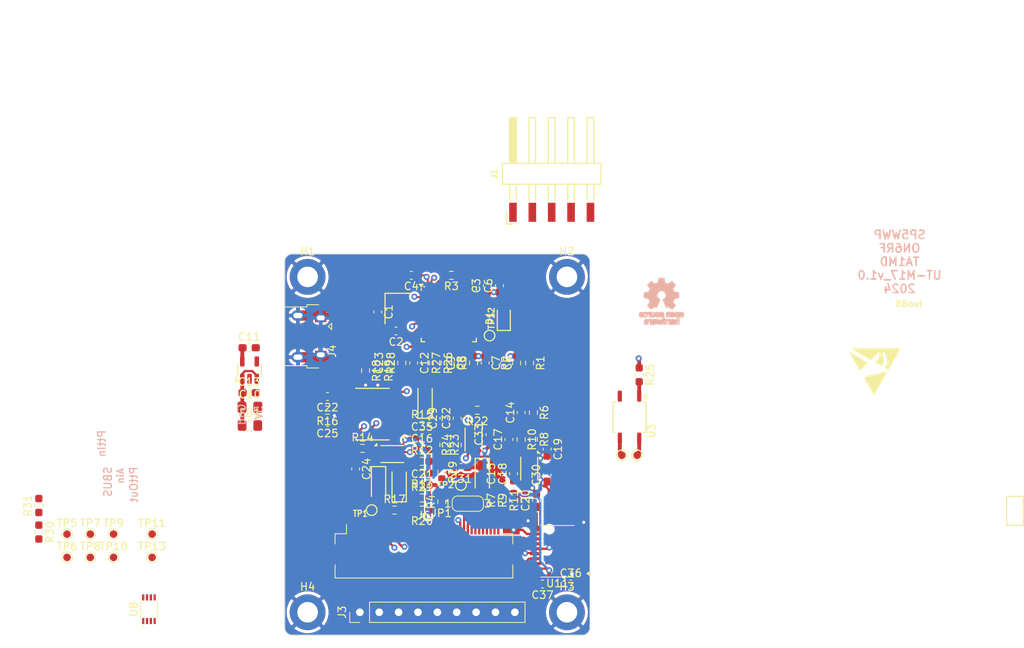
<source format=kicad_pcb>
(kicad_pcb (version 20240108) (generator "pcbnew") (generator_version "8.0")
  (layers (0 "F.Cu" signal) (1 "In1.Cu" signal) (2 "In2.Cu" signal) (31 "B.Cu" signal) (34 "B.Paste" user) (35 "F.Paste" user) (36 "B.SilkS" user "B.Silkscreen") (37 "F.SilkS" user "F.Silkscreen") (38 "B.Mask" user) (39 "F.Mask" user) (44 "Edge.Cuts" user))
  (net 0 "")
  (net 1 "/MCU/X1")
  (net 2 "GND")
  (net 3 "/MCU/X2")
  (net 4 "+3V3")
  (net 5 "+5V")
  (net 6 "Net-(U6A-+)")
  (net 7 "Net-(U6B-+)")
  (net 8 "Net-(C20-Pad1)")
  (net 9 "Net-(C24-Pad1)")
  (net 10 "Net-(U7B-+)")
  (net 11 "Net-(U4B-+)")
  (net 12 "Net-(U4A-+)")
  (net 13 "/MCU/~{RST}")
  (net 14 "/MCU/SWCLK")
  (net 15 "/MCU/SWDIO")
  (net 16 "VERSION_SET")
  (net 17 "/MCU/BOOT0")
  (net 18 "Net-(C28-Pad1)")
  (net 19 "Net-(U7A--)")
  (net 20 "Net-(U4A--)")
  (net 21 "Net-(U7B--)")
  (net 22 "Net-(C14-Pad1)")
  (net 23 "Net-(C15-Pad1)")
  (net 24 "Net-(C16-Pad2)")
  (net 25 "Net-(C19-Pad1)")
  (net 26 "Net-(U5A-P0A)")
  (net 27 "Net-(U5B-P1A)")
  (net 28 "Net-(U5A-P0W)")
  (net 29 "Net-(U5B-P1W)")
  (net 30 "Net-(C26-Pad1)")
  (net 31 "Net-(C29-Pad1)")
  (net 32 "Net-(C31-Pad1)")
  (net 33 "Net-(U5D-P3A)")
  (net 34 "Net-(U5D-P3B)")
  (net 35 "Net-(U5E-~{RESET})")
  (net 56 "Net-(U5C-P2W)")
  (net 58 "I2C_SDA")
  (net 59 "AUDIO_OUT")
  (net 60 "PTT_OUT")
  (net 61 "AUDIO_OUT_MUTE")
  (net 62 "BASEBAND_IN_FILT")
  (net 63 "AUDIO_IN_FILT")
  (net 64 "BASEBAND_OUT")
  (net 65 "I2C_SCL")
  (net 66 "AUDIO_OUT_FILT")
  (net 67 "BASEBAND_IN")
  (net 68 "BASEBAND_OUT_FILT")
  (net 69 "AUDIO_IN")
  (net 70 "PTT_IN")
  (net 71 "MCU_TX")
  (net 72 "MCU_RX")
  (net 74 "13V2")
  (net 86 "EXP1_CS_5V")
  (net 92 "Net-(R25-Pad2)")
  (net 93 "BASEBAND_BYPASS")
  (net 94 "+5VD")
  (net 95 "Net-(TP3-Pad1)")
  (net 96 "Net-(TP4-Pad1)")
  (net 98 "Net-(C12-Pad1)")
  (net 99 "Net-(U1-PB13)")
  (net 101 "Net-(U1-VBAT)")
  (net 102 "USB_DP")
  (net 104 "USB_DN")
  (net 105 "CH_Activity")
  (net 107 "RDY")
  (net 110 "OPT_CS")
  (net 112 "Flat_Tx_Rtn")
  (net 113 "EXP1_CS")
  (net 114 "Tx_Aud_Rtn")
  (net 115 "GP4_IN_OUT_ACC8")
  (net 116 "EXP_BD_REQ")
  (net 117 "9V3")
  (net 118 "PTT_IN_5V")
  (net 119 "VDDA")
  (net 120 "GP4_IN_OUT_ACC8_5V")
  (net 121 "BUS+_5V")
  (net 122 "EXP_BD_REQ_5V")
  (net 123 "CH_Activity_5V")
  (net 124 "GP1_IN_ACC3_5V")
  (net 125 "RDY_5V")
  (net 126 "OPT_CS_5V")
  (net 127 "Net-(J3-Pin_1)")
  (net 129 "Net-(J3-Pin_3)")
  (footprint "Resistor_SMD:R_0603_1608Metric_Pad0.98x0.95mm_HandSolder" (layer "F.Cu") (at 17.765 83 90)
    (property "Reference" "R31")
    (property "Value" "12k")
  )
  (footprint "Resistor_SMD:R_0603_1608Metric_Pad0.98x0.95mm_HandSolder" (layer "F.Cu") (at 68 78.75 180)
    (property "Reference" "R13")
    (property "Value" "39k")
  )
  (footprint "Capacitor_SMD:C_0603_1608Metric_Pad1.08x0.95mm_HandSolder" (layer "F.Cu") (at 84.4 75.6 -90)
    (property "Reference" "C19")
    (property "Value" "10n")
  )
  (footprint "Capacitor_SMD:C_0603_1608Metric_Pad1.08x0.95mm_HandSolder" (layer "F.Cu") (at 73.1 78)
    (property "Reference" "C31")
    (property "Value" "10n")
  )
  (footprint "Diode_SMD:D_SOD-323" (layer "F.Cu") (at 78.72 58.4175 90)
    (property "Reference" "D1")
    (property "Value" "1N4148WS")
  )
  (footprint "TestPoint:TestPoint_Pad_D1.0mm" (layer "F.Cu") (at 27.565 89.8)
    (property "Reference" "TP10")
    (property "Value" "GP")
  )
  (footprint "Resistor_SMD:R_0603_1608Metric_Pad0.98x0.95mm_HandSolder" (layer "F.Cu") (at 70.6 78.6 -90)
    (property "Reference" "R29")
    (property "Value" "12k")
  )
  (footprint "Capacitor_Tantalum_SMD:CP_EIA-3216-18_Kemet-A" (layer "F.Cu") (at 65 80.2 90)
    (property "Reference" "C28" (hide yes))
    (property "Value" "22u")
  )
  (footprint "Capacitor_SMD:C_0603_1608Metric_Pad1.08x0.95mm_HandSolder" (layer "F.Cu") (at 82.9975 82.3275 90)
    (property "Reference" "C20")
    (property "Value" "10n")
  )
  (footprint "Resistor_SMD:R_0603_1608Metric_Pad0.98x0.95mm_HandSolder" (layer "F.Cu") (at 82.1 64.3 -90)
    (property "Reference" "R1")
    (property "Value" "36k")
  )
  (footprint "Resistor_SMD:R_0603_1608Metric_Pad0.98x0.95mm_HandSolder" (layer "F.Cu") (at 81 74.3275 -90)
    (property "Reference" "R10")
    (property "Value" "7k5")
  )
  (footprint "Package_TO_SOT_SMD:SOT-23-5" (layer "F.Cu") (at 45.3875 65.2375 90)
    (property "Reference" "U2" (hide yes))
    (property "Value" "XC6220B331MR")
  )
  (footprint "Resistor_SMD:R_0603_1608Metric_Pad0.98x0.95mm_HandSolder" (layer "F.Cu") (at 74.75 64.29625 90)
    (property "Reference" "R5")
    (property "Value" "10R")
  )
  (footprint "Resistor_SMD:R_0603_1608Metric_Pad0.98x0.95mm_HandSolder" (layer "F.Cu") (at 68.45 64.29625 -90)
    (property "Reference" "R27")
    (property "Value" "22k")
  )
  (footprint "Resistor_SMD:R_0603_1608Metric_Pad0.98x0.95mm_HandSolder" (layer "F.Cu") (at 68 83.6 180)
    (property "Reference" "R20")
    (property "Value" "22k")
  )
  (footprint "Symbol:ESD-Logo_6.6x6mm_SilkScreen" (layer "F.Cu") (at 127.4 65.4 180)
    (property "Reference" "SYM1" (hide yes))
    (property "Value" "SYM_ESD_Small" (hide yes))
  )
  (footprint "Jumper:SolderJumper-3_P1.3mm_Open_RoundedPad1.0x1.5mm_NumberLabels" (layer "F.Cu") (at 74 82.75)
    (property "Reference" "JP1")
    (property "Value" "Jumper_3_Open")
  )
  (footprint "Resistor_SMD:R_0603_1608Metric_Pad0.98x0.95mm_HandSolder" (layer "F.Cu") (at 55.6 70.5 180)
    (property "Reference" "R16")
    (property "Value" "10k")
  )
  (footprint "TestPoint:TestPoint_Pad_D1.0mm" (layer "F.Cu") (at 94.2 76.4)
    (property "Reference" "TP4" (hide yes))
    (property "Value" "GP")
  )
  (footprint "Package_SO:VSSOP-8_2.3x2mm_P0.5mm" (layer "F.Cu") (at 32.2 96.6 90)
    (property "Reference" "U8")
    (property "Value" "TXS0102DCU")
  )
  (footprint "Resistor_SMD:R_0603_1608Metric_Pad0.98x0.95mm_HandSolder" (layer "F.Cu") (at 79.9975 82.3275 90)
    (property "Reference" "R9")
    (property "Value" "13k")
  )
  (footprint "Resistor_SMD:R_0603_1608Metric_Pad0.98x0.95mm_HandSolder" (layer "F.Cu") (at 70.6 82.5 90)
    (property "Reference" "R4")
    (property "Value" "10k")
  )
  (footprint "Capacitor_SMD:C_0603_1608Metric_Pad1.08x0.95mm_HandSolder" (layer "F.Cu") (at 79.4 74.3275 90)
    (property "Reference" "C17")
    (property "Value" "1n5")
  )
  (footprint "MountingHole:MountingHole_2.7mm_M2.5_DIN965_Pad_TopBottom" (layer "F.Cu") (at 53 97)
    (property "Reference" "H4")
    (property "Value" "MountingHole_Pad")
  )
  (footprint "Capacitor_SMD:C_0603_1608Metric_Pad1.08x0.95mm_HandSolder" (layer "F.Cu") (at 76.275 64.29625 -90)
    (property "Reference" "C7")
    (property "Value" "100n")
  )
  (footprint "Capacitor_Tantalum_SMD:CP_EIA-3216-18_Kemet-A" (layer "F.Cu") (at 75.9 79.1 -90)
    (property "Reference" "C34" (hide yes))
    (property "Value" "22u")
  )
  (footprint "Capacitor_SMD:C_0603_1608Metric_Pad1.08x0.95mm_HandSolder" (layer "F.Cu") (at 45.3375 68.2)
    (property "Reference" "C13")
    (property "Value" "100n")
  )
  (footprint "Resistor_SMD:R_0603_1608Metric_Pad0.98x0.95mm_HandSolder" (layer "F.Cu") (at 68 82)
    (property "Reference" "R21")
    (property "Value" "22k")
  )
  (footprint "TestPoint:TestPoint_Pad_D1.0mm" (layer "F.Cu") (at 73.1 80.3)
    (property "Reference" "TP2")
    (property "Value" "TP_TX")
  )
  (footprint "TestPoint:TestPoint_Pad_D1.0mm" (layer "F.Cu") (at 27.565 86.75)
    (property "Reference" "TP9")
    (property "Value" "GP")
  )
  (footprint "Capacitor_SMD:C_0603_1608Metric_Pad1.08x0.95mm_HandSolder" (layer "F.Cu") (at 59.3 78.2 -90)
    (property "Reference" "C24")
    (property "Value" "10n")
  )
  (footprint "Resistor_SMD:R_0603_1608Metric_Pad0.98x0.95mm_HandSolder" (layer "F.Cu") (at 72.6125 75.0375 90)
    (property "Reference" "R24")
    (property "Value" "3k9")
  )
  (footprint "Capacitor_SMD:C_0603_1608Metric_Pad1.08x0.95mm_HandSolder" (layer "F.Cu") (at 66.9 64.29625 -90)
    (property "Reference" "C12")
    (property "Value" "220n")
  )
  (footprint "MountingHole:MountingHole_2.7mm_M2.5_DIN965_Pad_TopBottom" (layer "F.Cu") (at 87 97)
    (property "Reference" "H3")
    (property "Value" "MountingHole_Pad")
  )
  (footprint "Resistor_SMD:R_0603_1608Metric_Pad0.98x0.95mm_HandSolder" (layer "F.Cu") (at 60.2 75.5)
    (property "Reference" "R14")
    (property "Value" "3k3")
  )
  (footprint "Resistor_SMD:R_0603_1608Metric_Pad0.98x0.95mm_HandSolder" (layer "F.Cu") (at 82.6 74.3275 -90)
    (property "Reference" "R8")
    (property "Value" "13k")
  )
  (footprint "Resistor_SMD:R_0603_1608Metric_Pad0.98x0.95mm_HandSolder" (layer "F.Cu") (at 71.85 52.79625 180)
    (property "Reference" "R3")
    (property "Value" "10k")
  )
  (footprint "Resistor_SMD:R_0603_1608Metric_Pad0.98x0.95mm_HandSolder" (layer "F.Cu") (at 81.4975 82.3275 90)
    (property "Reference" "R11")
    (property "Value" "7k5")
  )
  (footprint "Capacitor_Tantalum_SMD:CP_EIA-3216-18_Kemet-A" (layer "F.Cu") (at 68.4 69.25 90)
    (property "Reference" "C26" (hide yes))
    (property "Value" "22u")
  )
  (footprint "Capacitor_Tantalum_SMD:CP_EIA-3216-18_Kemet-A" (layer "F.Cu") (at 62.3 80.2 -90)
    (property "Reference" "C27" (hide yes))
    (property "Value" "22u")
  )
  (footprint "Capacitor_SMD:C_0603_1608Metric_Pad1.08x0.95mm_HandSolder" (layer "F.Cu") (at 72.6125 71.5375 90)
    (property "Reference" "C32")
    (property "Value" "680p")
  )
  (footprint "Capacitor_SMD:C_0603_1608Metric_Pad1.08x0.95mm_HandSolder" (layer "F.Cu") (at 63.8 64.29625 90)
    (property "Reference" "C23")
    (property "Value" "220n")
  )
  (footprint "Capacitor_SMD:C_0603_1608Metric_Pad1.08x0.95mm_HandSolder" (layer "F.Cu") (at 84.4 79 90)
    (property "Reference" "C30")
    (property "Value" "100n")
  )
  (footprint "Package_SO:SOP-4_3.8x4.1mm_P2.54mm" (layer "F.Cu") (at 95.2 71.4 -90)
    (property "Reference" "U3")
    (property "Value" "CPC1117N")
  )
  (footprint "Resistor_SMD:R_0603_1608Metric_Pad0.98x0.95mm_HandSolder" (layer "F.Cu") (at 64.4 83.6)
    (property "Reference" "R17")
    (property "Value" "22k")
  )
  (footprint "Package_DFN_QFN:DFN-8-1EP_3x2mm_P0.5mm_EP1.75x1.45mm" (layer "F.Cu") (at 82.05 78.15 -90)
    (property "Reference" "U6" (hide yes))
    (property "Value" "MCP6002" (hide yes))
  )
  (footprint "Resistor_SMD:R_0603_1608Metric_Pad0.98x0.95mm_HandSolder" (layer "F.Cu") (at 75.25 70.5 180)
    (property "Reference" "R22")
    (property "Value" "3k3")
  )
  (footprint "Connector_Harwin:Harwin_M20-89005xx_1x05_P2.54mm_Horizontal" (layer "F.Cu") (at 85 39 90)
    (property "Reference" "J1")
    (property "Value" "Conn_01x05")
  )
  (footprint "Resistor_SMD:R_0603_1608Metric_Pad0.98x0.95mm_HandSolder" (layer "F.Cu") (at 17.765 86.48 -90)
    (property "Reference" "R30")
    (property "Value" "22k")
  )
  (footprint "Capacitor_SMD:C_0603_1608Metric_Pad1.08x0.95mm_HandSolder" (layer "F.Cu") (at 76.55 54.1625 90)
    (property "Reference" "C3")
    (property "Value" "2u2")
  )
  (footprint "Capacitor_SMD:C_0603_1608Metric_Pad1.08x0.95mm_HandSolder" (layer "F.Cu") (at 70.8625 71.5375 90)
    (property "Reference" "C29")
    (property "Value" "10n")
  )
  (footprint "Capacitor_SMD:C_0603_1608Metric_Pad1.08x0.95mm_HandSolder" (layer "F.Cu") (at 64.6 60.09625 180)
    (property "Reference" "C2")
    (property "Value" "2p2")
  )
  (footprint "TestPoint:TestPoint_Pad_D1.0mm" (layer "F.Cu") (at 24.515 89.8)
    (property "Reference" "TP8")
    (property "Value" "GP")
  )
  (footprint "Package_SO:TSSOP-20_4.4x6.5mm_P0.65mm" (layer "F.Cu") (at 61.5025 71.0025 180)
    (property "Reference" "U5" (hide yes))
    (property "Value" "MCP4451-503-ST" (hide yes))
  )
  (footprint "Package_DFN_QFN:DFN-8-1EP_3x2mm_P0.5mm_EP1.75x1.45mm" (layer "F.Cu") (at 64.0975 76.2475)
    (property "Reference" "U4" (hide yes))
    (property "Value" "MCP6002" (hide yes))
  )
  (footprint "Connector_USB:USB_Micro-B_Amphenol_10103594-0001LF_Horizontal" (layer "F.Cu") (at 52.845 60.825 -90)
    (property "Reference" "J4")
    (property "Value" "USB_B_Micro")
  )
  (footprint "Capacitor_SMD:C_0603_1608Metric_Pad1.08x0.95mm_HandSolder" (layer "F.Cu") (at 78.15 54.1625 90)
    (property "Reference" "C6")
    (property "Value" "100n")
  )
  (footprint "Package_DFN_QFN:DFN-8-1EP_3x2mm_P0.5mm_EP1.75x1.45mm" (layer "F.Cu") (at 74.75 74.35 -90)
    (property "Reference" "U7" (hide yes))
    (property "Value" "MCP6002" (hide yes))
  )
  (footprint "Capacitor_SMD:C_0805_2012Metric_Pad1.18x1.45mm_HandSolder" (layer "F.Cu") (at 45.4375 70.1)
    (property "Reference" "C10")
    (property "Value" "22u/25V")
  )
  (footprint "TestPoint:TestPoint_Pad_D1.0mm" (layer "F.Cu") (at 32.615 86.75)
    (property "Reference" "TP11")
    (property "Value" "GP")
  )
  (footprint "Resistor_SMD:R_0603_1608Metric_Pad0.98x0.95mm_HandSolder" (layer "F.Cu") (at 65.35 64.29625 90)
    (property "Reference" "R28")
    (property "Value" "22k")
  )
  (footprint "Capacitor_SMD:C_0603_1608Metric_Pad1.08x0.95mm_HandSolder" (layer "F.Cu") (at 83.8 93.3 180)
    (property "Reference" "C37")
    (property "Value" "100n")
  )
  (footprint "Capacitor_SMD:C_0603_1608Metric_Pad1.08x0.95mm_HandSolder" (layer "F.Cu") (at 79.9975 78.8275 90)
    (property "Reference" "C18")
    (property "Value" "1n5")
  )
  (footprint "TestPoint:TestPoint_Pad_D1.0mm" (layer "F.Cu") (at 24.515 86.75)
    (property "Reference" "TP7")
    (property "Value" "GP")
  )
  (footprint "Resistor_SMD:R_0603_1608Metric_Pad0.98x0.95mm_HandSolder" (layer "F.Cu") (at 70 64.29625 -90)
    (property "Reference" "R26")
    (property "Value" "22k")
  )
  (footprint "TestPoint:TestPoint_Pad_D1.0mm" (layer "F.Cu") (at 32.615 89.8)
    (property "Reference" "TP13")
    (property "Value" "GP")
  )
  (footprint "Package_DFN_QFN:QFN-48-1EP_7x7mm_P0.5mm_EP5.6x5.6mm" (layer "F.Cu") (at 71.5 57.9)
    (property "Reference" "U1" (hide yes))
    (property "Value" "STM32G473CCUx" (hide yes))
  )
  (footprint "Resistor_SMD:R_0603_1608Metric_Pad0.98x0.95mm_HandSolder" (layer "F.Cu") (at 70.8625 75.0375 -90)
    (property "Reference" "R23")
    (property "Value" "39k")
  )
  (footprint "Capacitor_SMD:C_0603_1608Metric_Pad1.08x0.95mm_HandSolder" (layer "F.Cu") (at 71.7 64.29625 -90)
    (property "Reference" "C8")
    (property "Value" "100n")
  )
  (footprint "Capacitor_SMD:C_0603_1608Metric_Pad1.08x0.95mm_HandSolder" (layer "F.Cu") (at 87.5 93.3)
    (property "Reference" "C36")
    (property "Value" "100n")
  )
  (footprint "TestPoint:TestPoint_Pad_D1.0mm" (layer "F.Cu") (at 21.465 89.8)
    (property "Reference" "TP6")
    (property "Value" "GP")
  )
  (footprint "TestPoint:TestPoint_Pad_D1.0mm" (layer "F.Cu") (at 21.465 86.75)
    (property "Reference" "TP5")
    (property "Value" "GP")
  )
  (footprint "Capacitor_SMD:C_0603_1608Metric_Pad1.08x0.95mm_HandSolder" (layer "F.Cu") (at 68 75.65)
    (property "Reference" "C16")
    (property "Value" "10n")
  )
  (footprint "Connector_FFC-FPC:Hirose_FH12-40S-0.5SH_1x40-1MP_P0.50mm_Horizontal" (layer "F.Cu") (at 68.25 88)
    (property "Reference" "J6")
    (property "Value" "Conn_01x40_Pin")
  )
  (footprint "Capacitor_SMD:C_0603_1608Metric_Pad1.08x0.95mm_HandSolder" (layer "F.Cu") (at 68 80.3)
    (property "Reference" "C21")
    (property "Value" "680p")
  )
  (footprint "MountingHole:MountingHole_2.7mm_M2.5_DIN965_Pad_TopBottom" (layer "F.Cu") (at 87 53)
    (property "Reference" "H2")
    (property "Value" "MountingHole_Pad")
  )
  (footprint "Capacitor_SMD:C_0603_1608Metric_Pad1.08x0.95mm_HandSolder" (layer "F.Cu") (at 73.225 64.29625 90)
    (property "Reference" "C9")
    (property "Value" "1u")
  )
  (footprint "Package_SO:TSSOP-20_4.4x6.5mm_P0.65mm" (layer "F.Cu") (at 85.75 89 180)
    (property "Reference" "U11")
    (property "Value" "TXS0108EPW")
  )
  (footprint "Capacitor_SMD:C_0603_1608Metric_Pad1.08x0.95mm_HandSolder" (layer "F.Cu") (at 81 70.8 90)
    (property "Reference" "C14")
    (property "Value" "10n")
  )
  (footprint "TestPoint:TestPoint_Pad_D1.0mm" (layer "F.Cu") (at 96.2 76.4)
    (property "Reference" "TP3" (hide yes))
    (property "Value" "GP")
  )
  (footprint "Connector_PinHeader_2.54mm:PinHeader_1x09_P2.54mm_Vertical" (layer "F.Cu") (at 59.85 97 90)
    (property "Reference" "J3")
    (property "Value" "Conn_01x09")
  )
  (footprint "Capacitor_SMD:C_0603_1608Metric_Pad1.08x0.95mm_HandSolder" (layer "F.Cu") (at 55.6 68.7 180)
    (property "Reference" "C22")
    (property "Value" "220n")
  )
  (footprint "Resistor_SMD:R_0603_1608Metric_Pad0.98x0.95mm_HandSolder" (layer "F.Cu") (at 68 77.2)
    (property "Reference" "R12")
    (property "Value" "3k9")
  )
  (footprint "Inductor_SMD:L_0805_2012Metric_Pad1.15x1.40mm_HandSolder" (layer "F.Cu") (at 45.4375 72.5)
    (property "Reference" "FB1")
    (property "Value" "FerriteBead_Small")
  )
  (footprint "Capacitor_SMD:C_0603_1608Metric_Pad1.08x0.95mm_HandSolder" (layer "F.Cu") (at 68 74.1)
    (property "Reference" "C35")
    (property "Value" "100n")
  )
  (footprint "Capacitor_SMD:C_0603_1608Metric_Pad1.08x0.95mm_HandSolder" (layer "F.Cu") (at 66.6 52.79625 180)
    (property "Reference" "C4")
    (property "Value" "100n")
  )
  (footprint "Crystal:Crystal_SMD_3225-4Pin_3.2x2.5mm" (layer "F.Cu") (at 64.8 57.15 -90)
    (property "Reference" "Y1" (hide yes))
    (property "Value" "8 MHz" (hide yes))
  )
  (footprint "Resistor_SMD:R_0603_1608Metric_Pad0.98x0.95mm_HandSolder" (layer "F.Cu") (at 68 72.5)
    (property "Reference" "R15")
    (property "Value" "2k2")
  )
  (footprint "TestPoint:TestPoint_Pad_D1.0mm" (layer "F.Cu") (at 76.85 60.69625)
    (property "Reference" "TP12")
    (property "Value" "GP")
  )
  (footprint "MountingHole:MountingHole_2.7mm_M2.5_DIN965_Pad_TopBottom" (layer "F.Cu") (at 53 53)
    (property "Reference" "H1")
    (property "Value" "MountingHole_Pad")
  )
  (footprint "TestPoint:TestPoint_Pad_D1.0mm" (layer "F.Cu") (at 61.4 83.6)
    (property "Reference" "TP1")
    (property "Value" "TP_RX")
  )
  (footprint "Resistor_SMD:R_0603_1608Metric_Pad0.98x0.95mm_HandSolder" (layer "F.Cu") (at 62.2 65.3 -90)
    (property "Reference" "R19")
    (property "Value" "3k3")
  )
  (footprint "Resistor_SMD:R_0603_1608Metric_Pad0.98x0.95mm_HandSolder" (layer "F.Cu") (at 96.47 65.84625 -90)
    (property "Reference" "R25")
    (property "Value" "3k3")
  )
  (footprint "Resistor_SMD:R_0603_1608Metric_Pad0.98x0.95mm_HandSolder" (layer "F.Cu") (at 60.6 65.3 -90)
    (property "Reference" "R18")
    (property "Value" "3k3")
  )
  (footprint "Capacitor_SMD:C_0603_1608Metric_Pad1.08x0.95mm_HandSolder" (layer "F.Cu") (at 77.8 64.29625 -90)
    (property "Reference" "C5")
    (property "Value" "100n")
  )
  (footprint "Capacitor_SMD:C_0603_1608Metric_Pad1.08x0.95mm_HandSolder" (layer "F.Cu") (at 62.2 57.6 -90)
    (property "Reference" "C1")
    (property "Value" "2p2")
  )
  (footprint "Resistor_SMD:R_0603_1608Metric_Pad0.98x0.95mm_HandSolder" (layer "F.Cu") (at 80.4 64.3 90)
    (property "Reference" "R2")
    (property "Value" "12k")
  )
  (footprint "Capacitor_SMD:C_0603_1608Metric_Pad1.08x0.95mm_HandSolder" (layer "F.Cu") (at 45.3375 62.3)
    (property "Reference" "C11")
    (property "Value" "100n")
  )
  (footprint "Capacitor_SMD:C_0603_1608Metric_Pad1.08x0.95mm_HandSolder" (layer "F.Cu") (at 76.9 73.7 90)
    (property "Reference" "C33")
    (property "Value" "100n")
  )
  (footprint "Resistor_SMD:R_0603_1608Metric_Pad0.98x0.95mm_HandSolder" (layer "F.Cu") (at 82.6 70.8 -90)
    (property "Reference" "R6")
    (property "Value" "4k3")
  )
  (footprint "Capacitor_SMD:C_0603_1608Metric_Pad1.08x0.95mm_HandSolder" (layer "F.Cu") (at 78.4975 78.8275 90)
    (property "Reference" "C15")
    (property "Value" "10n")
  )
  (footprint "Resistor_SMD:R_0603_1608Metric_Pad0.98x0.95mm_HandSolder" (layer "F.Cu") (at 78.4975 82.3275 90)
    (property "Reference" "R7")
    (property "Value" "4k3")
  )
  (footprint "Capacitor_SMD:C_0603_1608Metric_Pad1.08x0.95mm_HandSolder" (layer "F.Cu") (at 55.6 72.1 180)
    (property "Reference" "C25")
    (property "Value" "100n")
  )
  (footprint "Symbol:OSHW-Logo_5.7x6mm_SilkScreen" (layer "B.Cu") (at 99.4 56.2 180)
    (property "Reference" "SYM2" (hide yes))
    (property "Value" "Logo_Open_Hardware_Small" (hide yes))
  )
  (gr_line (start 144.65 81.80375) (end 146.85 81.80375) (stroke (width 0.16)) (layer "F.SilkS"))
  (gr_line (start 146.85 85.60375) (end 144.65 85.60375) (stroke (width 0.16)) (layer "F.SilkS"))
  (gr_line (start 146.85 81.80375) (end 146.85 85.60375) (stroke (width 0.16)) (layer "F.SilkS"))
  (gr_line (start 144.65 85.60375) (end 144.65 81.80375) (stroke (width 0.16)) (layer "F.SilkS"))
  (gr_line (start 90 51) (end 90 99) (stroke (width 0.1)) (layer "Edge.Cuts"))
  (gr_arc (start 50 51) (mid 50.292893 50.292893) (end 51 50) (stroke (width 0.1)) (layer "Edge.Cuts"))
  (gr_arc (start 89 50) (mid 89.707107 50.292893) (end 90 51) (stroke (width 0.1)) (layer "Edge.Cuts"))
  (gr_arc (start 90 99) (mid 89.707107 99.707107) (end 89 100) (stroke (width 0.1)) (layer "Edge.Cuts"))
  (gr_line (start 50 99) (end 50 51) (stroke (width 0.1)) (layer "Edge.Cuts"))
  (gr_line (start 51 50) (end 89 50) (stroke (width 0.1)) (layer "Edge.Cuts"))
  (gr_line (start 89 100) (end 51 100) (stroke (width 0.1)) (layer "Edge.Cuts"))
  (gr_arc (start 51 100) (mid 50.292893 99.707107) (end 50 99) (stroke (width 0.1)) (layer "Edge.Cuts"))
  (gr_text "PttIn" (at 26.6 73 90) (layer "B.SilkS") (effects (font (size 1 1) (thickness 0.16)) (justify left bottom mirror)))
  (gr_text "SP5WWP\nON6RF\nTA1MD\nUT-M17_v1.0\n2024" (at 130.6 55.2 0) (layer "B.SilkS") (effects (font (size 1.1 1.1) (thickness 0.2) (bold yes)) (justify bottom mirror)))
  (gr_text "5V" (at 47.1875 69.7875 90) (layer "B.SilkS") (effects (font (size 1 1) (thickness 0.16)) (justify left bottom mirror)))
  (gr_text "Ain" (at 29 78 90) (layer "B.SilkS") (effects (font (size 0.9 0.9) (thickness 0.16)) (justify left bottom mirror)))
  (gr_text "SBUS" (at 27.4 77.8 90) (layer "B.SilkS") (effects (font (size 1 1) (thickness 0.16)) (justify left bottom mirror)))
  (gr_text "Gnd" (at 44.9375 69.5375 90) (layer "B.SilkS") (effects (font (size 1 1) (thickness 0.16)) (justify left bottom mirror)))
  (gr_text "PttOut" (at 30.8 77.8 90) (layer "B.SilkS") (effects (font (size 1 1) (thickness 0.16)) (justify left bottom mirror)))
  (gr_text "BBout" (at 130 57 0) (layer "F.SilkS") (effects (font (size 0.8 0.8) (thickness 0.16) (bold yes)) (justify left bottom)))
  (segment (start 63.95 56.35) (end 63.95 56.05) (width 0.25) (layer "F.Cu") (net 1))
  (segment (start 64.75 57.15) (end 63.95 56.35) (width 0.25) (layer "F.Cu") (net 1))
  (segment (start 63.95 56.05) (end 63.4 56.6) (width 0.25) (layer "F.Cu") (net 1))
  (segment (start 68.0625 57.15) (end 64.75 57.15) (width 0.25) (layer "F.Cu") (net 1))
  (segment (start 62.3375 56.6) (end 62.2 56.7375) (width 0.25) (layer "F.Cu") (net 1))
  (segment (start 63.4 56.6) (end 62.3375 56.6) (width 0.25) (layer "F.Cu") (net 1))
  (segment (start 74 73.6) (end 74.75 74.35) (width 0.3) (layer "F.Cu") (net 2))
  (segment (start 74 72.9) (end 74 73.6) (width 0.3) (layer "F.Cu") (net 2))
  (via (at 81.9 85) (size 0.8) (drill 0.4) (layers "F.Cu" "B.Cu") (net 2))
  (segment (start 65.4625 60.09625) (end 65.4625 58.4375) (width 0.25) (layer "F.Cu") (net 3))
  (segment (start 66.25 57.65) (end 65.65 58.25) (width 0.25) (layer "F.Cu") (net 3))
  (segment (start 65.4625 58.4375) (end 65.65 58.25) (width 0.25) (layer "F.Cu") (net 3))
  (segment (start 68.0625 57.65) (end 66.25 57.65) (width 0.25) (layer "F.Cu") (net 3))
  (segment (start 56.4625 70.55) (end 56.5125 70.5) (width 0.5) (layer "F.Cu") (net 4))
  (segment (start 75.4 63.4) (end 75.36625 63.43375) (width 0.5) (layer "F.Cu") (net 4))
  (segment (start 77.425 55.025) (end 78.15 55.025) (width 0.25) (layer "F.Cu") (net 4))
  (segment (start 68.75 53.15) (end 68.6 53) (width 0.25) (layer "F.Cu") (net 4))
  (segment (start 60.6 64.3875) (end 62.2 64.3875) (width 0.5) (layer "F.Cu") (net 4))
  (segment (start 74.9375 55.65) (end 75.925 55.65) (width 0.25) (layer "F.Cu") (net 4))
  (segment (start 56.4 71.2) (end 56.4625 71.1375) (width 0.5) (layer "F.Cu") (net 4))
  (segment (start 74.8 63.43375) (end 74.75 63.38375) (width 0.5) (layer "F.Cu") (net 4))
  (segment (start 44.4375 64.1) (end 44.4375 62.3375) (width 0.5) (layer "F.Cu") (net 4))
  (segment (start 77.4 55) (end 77.425 55.025) (width 0.25) (layer "F.Cu") (net 4))
  (segment (start 58.64 71.9775) (end 56.585 71.9775) (width 0.3) (layer "F.Cu") (net 4))
  (segment (start 86.6375 92.3625) (end 86.6375 91.6625) (width 0.3) (layer "F.Cu") (net 4))
  (segment (start 86.6375 92.4375) (end 86.6 92.4) (width 0.3) (layer "F.Cu") (net 4))
  (segment (start 56.585 71.9775) (end 56.4625 72.1) (width 0.3) (layer "F.Cu") (net 4))
  (segment (start 86.6 92.4) (end 86.6375 92.3625) (width 0.3) (layer "F.Cu") (net 4))
  (segment (start 56.4625 71.1375) (end 56.4625 70.55) (width 0.5) (layer "F.Cu") (net 4))
  (segment (start 77.8 63.43375) (end 75.43375 63.43375) (width 0.5) (layer "F.Cu") (net 4))
  (segment (start 86.6375 91.6625) (end 87.025 91.275) (width 0.3) (layer "F.Cu") (net 4))
  (segment (start 73.75 61.3375) (end 73.75 62.38375) (width 0.25) (layer "F.Cu") (net 4))
  (segment (start 44.4375 62.3375) (end 44.475 62.3) (width 0.5) (layer "F.Cu") (net 4))
  (segment (start 68.75 54.4625) (end 68.75 53.15) (width 0.25) (layer "F.Cu") (net 4))
  (segment (start 75.36625 63.43375) (end 74.8 63.43375) (width 0.5) (layer "F.Cu") (net 4))
  (segment (start 68.39625 52.79625) (end 67.4625 52.79625) (width 0.25) (layer "F.Cu") (net 4))
  (segment (start 77.375 55.025) (end 77.4 55) (width 0.25) (layer "F.Cu") (net 4))
  (segment (start 86.6375 93.3) (end 86.6375 92.4375) (width 0.3) (layer "F.Cu") (net 4))
  (segment (start 88.6125 86.075) (end 88.6125 85.7875) (width 0.3) (layer "F.Cu") (net 4))
  (segment (start 75.43375 63.43375) (end 75.4 63.4) (width 0.5) (layer "F.Cu") (net 4))
  (segment (start 56.4625 72.1) (end 56.4625 71.2625) (width 0.5) (layer "F.Cu") (net 4))
  (segment (start 75.925 55.65) (end 76.55 55.025) (width 0.25) (layer "F.Cu") (net 4))
  (segment (start 73.75 62.38375) (end 74.75 63.38375) (width 0.3) (layer "F.Cu") (net 4))
  (segment (start 56.4625 71.2625) (end 56.4 71.2) (width 0.5) (layer "F.Cu") (net 4))
  (segment (start 76.55 55.025) (end 77.375 55.025) (width 0.25) (layer "F.Cu") (net 4))
  (segment (start 87.025 91.275) (end 88.6125 91.275) (width 0.3) (layer "F.Cu") (net 4))
  (segment (start 88.6125 85.7875) (end 89.2 85.2) (width 0.3) (layer "F.Cu") (net 4))
  (segment (start 68.6 53) (end 68.39625 52.79625) (width 0.25) (layer "F.Cu") (net 4))
  (via (at 56.5125 71.2) (size 0.8) (drill 0.4) (layers "F.Cu" "B.Cu") (net 4))
  (via (at 77.4 55) (size 0.8) (drill 0.4) (layers "F.Cu" "B.Cu") (net 4))
  (via (at 89.2 85.2) (size 0.8) (drill 0.4) (layers "F.Cu" "B.Cu") (net 4))
  (via (at 75.4 63.4) (size 0.8) (drill 0.4) (layers "F.Cu" "B.Cu") (net 4))
  (via (at 68.6 53) (size 0.8) (drill 0.4) (layers "F.Cu" "B.Cu") (net 4))
  (via (at 86.6 92.4) (size 0.8) (drill 0.4) (layers "F.Cu" "B.Cu") (net 4))
  (segment (start 88.025 92.775) (end 89.2 91.6) (width 0.3) (layer "B.Cu") (net 4))
  (segment (start 86.6 92.4) (end 86.975 92.775) (width 0.3) (layer "B.Cu") (net 4))
  (segment (start 89.2 91.6) (end 89.2 85.2) (width 0.3) (layer "B.Cu") (net 4))
  (segment (start 86.975 92.775) (end 88.025 92.775) (width 0.3) (layer "B.Cu") (net 4))
  (segment (start 45.748762 65.3625) (end 46.3375 65.951238) (width 0.3) (layer "F.Cu") (net 5))
  (segment (start 44.4375 66.375) (end 44.4375 72.475) (width 0.5) (layer "F.Cu") (net 5))
  (segment (start 76.2 75.8) (end 76.9 75.1) (width 0.5) (layer "F.Cu") (net 5))
  (segment (start 83.5 79.6) (end 84.1075 79.6) (width 0.25) (layer "F.Cu") (net 5))
  (segment (start 84.6625 91.5) (end 84.4375 91.275) (width 0.3) (layer "F.Cu") (net 5))
  (segment (start 84.6625 91.5) (end 84.6625 93.3) (width 0.5) (layer "F.Cu") (net 5))
  (segment (start 67.1375 74.1) (end 66.3 74.1) (width 0.25) (layer "F.Cu") (net 5))
  (segment (start 76.9 75.1) (end 76.9 74.5625) (width 0.5) (layer "F.Cu") (net 5))
  (segment (start 65.8 74.6) (end 65.5475 74.8525) (width 0.25) (layer "F.Cu") (net 5))
  (segment (start 44.4375 65.712501) (end 44.787501 65.3625) (width 0.3) (layer "F.Cu") (net 5))
  (segment (start 68.9125 84.2875) (end 68.8 84.4) (width 0.5) (layer "F.Cu") (net 5))
  (segment (start 46.3375 65.951238) (end 46.3375 66.375) (width 0.3) (layer "F.Cu") (net 5))
  (segment (start 68.9125 83.6) (end 68.9125 84.2875) (width 0.5) (layer "F.Cu") (net 5))
  (segment (start 84.4375 91.275) (end 82.8875 91.275) (width 0.3) (layer "F.Cu") (net 5))
  (segment (start 66 74.4) (end 65.8 74.4) (width 0.25) (layer "F.Cu") (net 5))
  (segment (start 65.5475 74.8525) (end 65.5475 75.4975) (width 0.25) (layer "F.Cu") (net 5))
  (segment (start 75.5 75.8) (end 76.2 75.8) (width 0.3) (layer "F.Cu") (net 5))
  (segment (start 44.4375 66.375) (end 44.4375 65.712501) (width 0.3) (layer "F.Cu") (net 5))
  (segment (start 66.3 74.1) (end 66 74.4) (width 0.25) (layer "F.Cu") (net 5))
  (segment (start 82.8 79.6) (end 83.5 79.6) (width 0.25) (layer "F.Cu") (net 5))
  (segment (start 44.787501 65.3625) (end 45.748762 65.3625) (width 0.3) (layer "F.Cu") (net 5))
  (segment (start 65.8 74.4) (end 65.8 74.6) (width 0.25) (layer "F.Cu") (net 5))
  (segment (start 44.4375 72.475) (end 44.4125 72.5) (width 0.5) (layer "F.Cu") (net 5))
  (via (at 83.5 79.6) (size 0.8) (drill 0.4) (layers "F.Cu" "B.Cu") (net 5))
  (via (at 68.8 84.4) (size 0.8) (drill 0.4) (layers "F.Cu" "B.Cu") (net 5))
  (via (at 76.2 75.8) (size 0.8) (drill 0.4) (layers "F.Cu" "B.Cu") (net 5))
  (via (at 84.6625 91.5) (size 0.8) (drill 0.4) (layers "F.Cu" "B.Cu") (net 5))
  (via (at 65.8 74.4) (size 0.8) (drill 0.4) (layers "F.Cu" "B.Cu") (net 5))
  (segment (start 73.2 82.2) (end 76.2 79.2) (width 0.5) (layer "B.Cu") (net 5))
  (segment (start 68.8 76.2) (end 68.8 81) (width 0.5) (layer "B.Cu") (net 5))
  (segment (start 76.2 79.2) (end 76.2 77) (width 0.5) (layer "B.Cu") (net 5))
  (segment (start 83.491038 90.328538) (end 83.491038 82.261084) (width 0.3) (layer "B.Cu") (net 5))
  (segment (start 68.8 82.2) (end 73.2 82.2) (width 0.5) (layer "B.Cu") (net 5))
  (segment (start 67 74.4) (end 68.8 76.2) (width 0.5) (layer "B.Cu") (net 5))
  (segment (start 68.8 81) (end 68.8 82.2) (width 0.5) (layer "B.Cu") (net 5))
  (segment (start 76.2 77) (end 76.2 75.8) (width 0.5) (layer "B.Cu") (net 5))
  (segment (start 83.491038 82.261084) (end 82.791038 81.561084) (width 0.3) (layer "B.Cu") (net 5))
  (segment (start 78.561084 81.561084) (end 76.2 79.2) (width 0.5) (layer "B.Cu") (net 5))
  (segment (start 82.791038 81.561084) (end 78.561084 81.561084) (width 0.5) (layer "B.Cu") (net 5))
  (segment (start 83.5 80.852122) (end 82.791038 81.561084) (width 0.5) (layer "B.Cu") (net 5))
  (segment (start 83.5 79.6) (end 83.5 80.852122) (width 0.5) (layer "B.Cu") (net 5))
  (segment (start 68.8 82.2) (end 68.8 84.4) (width 0.5) (layer "B.Cu") (net 5))
  (segment (start 65.8 74.4) (end 67 74.4) (width 0.5) (layer "B.Cu") (net 5))
  (segment (start 84.6625 91.5) (end 83.491038 90.328538) (width 0.3) (layer "B.Cu") (net 5))
  (segment (start 80.95 75.19) (end 81 75.24) (width 0.5) (layer "F.Cu") (net 6))
  (segment (start 81.8 76.7) (end 81.8 76.04) (width 0.25) (layer "F.Cu") (net 6))
  (segment (start 79.4 75.19) (end 80.95 75.19) (width 0.5) (layer "F.Cu") (net 6))
  (segment (start 81.8 76.04) (end 81 75.24) (width 0.25) (layer "F.Cu") (net 6))
  (segment (start 81.21 79.69) (end 81.3 79.6) (width 0.25) (layer "F.Cu") (net 7))
  (segment (start 81.3 79.6) (end 81.3 81.2175) (width 0.25) (layer "F.Cu") (net 7))
  (segment (start 81.3 81.2175) (end 81.4975 81.415) (width 0.25) (layer "F.Cu") (net 7))
  (segment (start 79.9975 79.69) (end 81.21 79.69) (width 0.25) (layer "F.Cu") (net 7))
  (segment (start 81.4975 83.24) (end 81.4975 82.915) (width 0.5) (layer "F.Cu") (net 8))
  (segment (start 81.4975 82.915) (end 79.9975 81.415) (width 0.5) (layer "F.Cu") (net 8))
  (segment (start 82.9975 83.19) (end 81.5475 83.19) (width 0.5) (layer "F.Cu") (net 8))
  (segment (start 81.5475 83.19) (end 81.4975 83.24) (width 0.5) (layer "F.Cu") (net 8))
  (segment (start 59.3 77.3375) (end 59.3 75.5125) (width 0.5) (layer "F.Cu") (net 9))
  (segment (start 59.3 75.5125) (end 59.2875 75.5) (width 0.5) (layer "F.Cu") (net 9))
  (segment (start 72.6125 72.4) (end 72.6125 74.125) (width 0.5) (layer "F.Cu") (net 10))
  (segment (start 74 76.55) (end 73.75 76.8) (width 0.3) (layer "F.Cu") (net 10))
  (segment (start 74 75.8) (end 74 76.55) (width 0.3) (layer "F.Cu") (net 10))
  (via (at 73.75 76.8) (size 0.8) (drill 0.4) (layers "F.Cu" "B.Cu") (net 10))
  (segment (start 65.5475 76.9975) (end 66.885 76.9975) (width 0.25) (layer "F.Cu") (net 11))
  (segment (start 67.1375 80.3) (end 67.925 79.5125) (width 0.3) (layer "F.Cu") (net 11))
  (segment (start 67.925 79.5125) (end 67.925 78.0375) (width 0.3) (layer "F.Cu") (net 11))
  (segment (start 66.885 76.9975) (end 67.0875 77.2) (width 0.25) (layer "F.Cu") (net 11))
  (segment (start 67.925 78.0375) (end 67.0875 77.2) (width 0.3) (layer "F.Cu") (net 11))
  (segment (start 62.3 78.85) (end 61.6 78.15) (width 0.3) (layer "F.Cu") (net 12))
  (segment (start 61.6 77) (end 62.1025 76.4975) (width 0.3) (layer "F.Cu") (net 12))
  (segment (start 63.4875 83.6) (end 63.4875 80.0375) (width 0.25) (layer "F.Cu") (net 12))
  (segment (start 62.1025 76.4975) (end 62.6475 76.4975) (width 0.3) (layer "F.Cu") (net 12))
  (segment (start 61.6 78.15) (end 61.6 77) (width 0.3) (layer "F.Cu") (net 12))
  (segment (start 63.4875 80.0375) (end 62.3 78.85) (width 0.25) (layer "F.Cu") (net 12))
  (segment (start 79.6125 63.3875) (end 79.6 63.4) (width 0.3) (layer "F.Cu") (net 16))
  (segment (start 82.1 63.3875) (end 80.4 63.3875) (width 0.5) (layer "F.Cu") (net 16))
  (segment (start 80.4 63.3875) (end 79.6125 63.3875) (width 0.3) (layer "F.Cu") (net 16))
  (via (at 79.6 63.4) (size 0.8) (drill 0.4) (layers "F.Cu" "B.Cu") (net 16))
  (segment (start 69.75 53.97526) (end 70.92901 52.79625) (width 0.25) (layer "F.Cu") (net 17))
  (segment (start 69.75 54.4625) (end 69.75 53.97526) (width 0.25) (layer "F.Cu") (net 17))
  (segment (start 70.92901 52.79625) (end 70.9375 52.79625) (width 0.25) (layer "F.Cu") (net 17))
  (segment (start 65 83.2875) (end 65.3125 83.6) (width 0.5) (layer "F.Cu") (net 18))
  (segment (start 67.0875 82) (end 67.0875 83.6) (width 0.5) (layer "F.Cu") (net 18))
  (segment (start 65.45 82) (end 65 81.55) (width 0.5) (layer "F.Cu") (net 18))
  (segment (start 67.0875 82) (end 65.45 82) (width 0.5) (layer "F.Cu") (net 18))
  (segment (start 65 81.55) (end 65 83.2875) (width 0.5) (layer "F.Cu") (net 18))
  (segment (start 65.3125 83.6) (end 67.0875 83.6) (width 0.5) (layer "F.Cu") (net 18))
  (segment (start 75 72.9) (end 75.5 72.9) (width 0.25) (layer "F.Cu") (net 19))
  (segment (start 75.5 71.1625) (end 76.1625 70.5) (width 0.25) (layer "F.Cu") (net 19))
  (segment (start 75.5 72.9) (end 75.5 71.1625) (width 0.25) (layer "F.Cu") (net 19))
  (segment (start 60.5 76.4) (end 60.3 76.2) (width 0.25) (layer "F.Cu") (net 20))
  (segment (start 61.528249 76.4) (end 60.5 76.4) (width 0.25) (layer "F.Cu") (net 20))
  (segment (start 60.3 75.022924) (end 62.045424 73.2775) (width 0.25) (layer "F.Cu") (net 20))
  (segment (start 60.3 76.2) (end 60.3 75.022924) (width 0.25) (layer "F.Cu") (net 20))
  (segment (start 62.045424 73.2775) (end 64.365 73.2775) (width 0.25) (layer "F.Cu") (net 20))
  (segment (start 62.6475 75.9975) (end 61.930749 75.9975) (width 0.25) (layer "F.Cu") (net 20))
  (segment (start 61.930749 75.9975) (end 61.528249 76.4) (width 0.25) (layer "F.Cu") (net 20))
  (segment (start 75.9 77.75) (end 75.65 78) (width 0.5) (layer "F.Cu") (net 21))
  (segment (start 75.9 77.75) (end 74.95 77.75) (width 0.3) (layer "F.Cu") (net 21))
  (segment (start 75.65 78) (end 73.9625 78) (width 0.5) (layer "F.Cu") (net 21))
  (segment (start 75 77.7) (end 75 75.8) (width 0.3) (layer "F.Cu") (net 21))
  (segment (start 74.5 75.8) (end 75 75.8) (width 0.3) (layer "F.Cu") (net 21))
  (segment (start 74.95 77.75) (end 75 77.7) (width 0.3) (layer "F.Cu") (net 21))
  (segment (start 81 71.6625) (end 82.55 71.6625) (width 0.5) (layer "F.Cu") (net 22))
  (segment (start 82.55 71.6625) (end 82.6 71.7125) (width 0.5) (layer "F.Cu") (net 22))
  (segment (start 82.6 71.7125) (end 82.6 73.415) (width 0.5) (layer "F.Cu") (net 22))
  (segment (start 79.9975 82.915) (end 78.4975 81.415) (width 0.5) (layer "F.Cu") (net 23))
  (segment (start 79.9975 83.24) (end 79.9975 82.915) (width 0.5) (layer "F.Cu") (net 23))
  (segment (start 78.4975 79.69) (end 78.4975 81.415) (width 0.5) (layer "F.Cu") (net 23))
  (segment (start 68.8625 78.7) (end 68.9125 78.75) (width 0.5) (layer "F.Cu") (net 24))
  (segment (start 68.8625 75.65) (end 68.8625 78.7) (width 0.5) (layer "F.Cu") (net 24))
  (segment (start 82.6 75.24) (end 83.8975 75.24) (width 0.5) (layer "F.Cu") (net 25))
  (segment (start 81 73.415) (end 82.6 75.015) (width 0.5) (layer "F.Cu") (net 25))
  (segment (start 82.6 75.015) (end 82.6 75.24) (width 0.5) (layer "F.Cu") (net 25))
  (segment (start 83.8975 75.24) (end 84.4 74.7375) (width 0.5) (layer "F.Cu") (net 25))
  (segment (start 83.4 76.7) (end 83.5 76.8) (width 0.25) (layer "F.Cu") (net 26))
  (segment (start 82.3 76.7) (end 83.4 76.7) (width 0.25) (layer "F.Cu") (net 26))
  (segment (start 84.1625 76.7) (end 84.4 76.4625) (width 0.25) (layer "F.Cu") (net 26))
  (segment (start 83.5 76.8) (end 83.6 76.7) (width 0.25) (layer "F.Cu") (net 26))
  (segment (start 83.6 76.7) (end 84.1625 76.7) (width 0.25) (layer "F.Cu") (net 26))
  (via (at 83.5 76.8) (size 0.8) (drill 0.4) (layers "F.Cu" "B.Cu") (net 26))
  (segment (start 82.3 80.572128) (end 82.438956 80.711084) (width 0.3) (layer "F.Cu") (net 27))
  (segment (start 82.3 80.4) (end 82.3 80.7675) (width 0.25) (layer "F.Cu") (net 27))
  (segment (start 82.3 79.6) (end 82.3 80.4) (width 0.25) (layer "F.Cu") (net 27))
  (segment (start 82.3 80.7675) (end 82.9975 81.465) (width 0.25) (layer "F.Cu") (net 27))
  (segment (start 66 68) (end 65.9225 68.0775) (width 0.3) (layer "F.Cu") (net 27))
  (segment (start 81.8 79.6) (end 82.3 79.6) (width 0.25) (layer "F.Cu") (net 27))
  (segment (start 82.3 80.4) (end 82.3 80.572128) (width 0.3) (layer "F.Cu") (net 27))
  (segment (start 65.9225 68.0775) (end 64.365 68.0775) (width 0.3) (layer "F.Cu") (net 27))
  (via (at 66 68) (size 0.8) (drill 0.4) (layers "F.Cu" "B.Cu") (net 27))
  (via (at 82.438956 80.711084) (size 0.8) (drill 0.4) (layers "F.Cu" "B.Cu") (net 27))
  (segment (start 56.49 68.7275) (end 56.4625 68.7) (width 0.3) (layer "F.Cu") (net 28))
  (segment (start 58.64 68.7275) (end 56.49 68.7275) (width 0.3) (layer "F.Cu") (net 28))
  (segment (start 63.627501 68.7275) (end 63.2 68.299999) (width 0.3) (layer "F.Cu") (net 29))
  (segment (start 63.2 67.6) (end 63.8 67) (width 0.3) (layer "F.Cu") (net 29))
  (segment (start 64.365 68.7275) (end 63.627501 68.7275) (width 0.3) (layer "F.Cu") (net 29))
  (segment (start 63.2 68.299999) (end 63.2 67.6) (width 0.3) (layer "F.Cu") (net 29))
  (segment (start 63.8 67) (end 63.8 65.15875) (width 0.3) (layer "F.Cu") (net 29))
  (segment (start 68.9125 72.5) (end 68.9125 71.1125) (width 0.5) (layer "F.Cu") (net 30))
  (segment (start 68.9125 71.1125) (end 68.4 70.6) (width 0.5) (layer "F.Cu") (net 30))
  (segment (start 73.2 71.5375) (end 74.2375 70.5) (width 0.25) (layer "F.Cu") (net 31))
  (segment (start 71.725 71.5375) (end 73.2 71.5375) (width 0.25) (layer "F.Cu") (net 31))
  (segment (start 70.8625 72.4) (end 71.725 71.5375) (width 0.25) (layer "F.Cu") (net 31))
  (segment (start 74.2375 70.5) (end 74.3375 70.5) (width 0.25) (layer "F.Cu") (net 31))
  (segment (start 70.8625 72.4) (end 70.8625 74.125) (width 0.5) (layer "F.Cu") (net 31))
  (segment (start 70.8625 75.95) (end 72.6125 75.95) (width 0.5) (layer "F.Cu") (net 32))
  (segment (start 72.2375 78) (end 72.2375 76.325) (width 0.5) (layer "F.Cu") (net 32))
  (segment (start 72.2375 76.325) (end 72.6125 75.95) (width 0.5) (layer "F.Cu") (net 32))
  (segment (start 61.1125 75.5) (end 62.645 75.5) (width 0.25) (layer "F.Cu") (net 33))
  (segment (start 64.365 73.9275) (end 63.4725 73.9275) (width 0.25) (layer "F.Cu") (net 33))
  (segment (start 62.6475 74.7525) (end 62.6475 75.4975) (width 0.25) (layer "F.Cu") (net 33))
  (segment (start 62.645 75.5) (end 62.6475 75.4975) (width 0.25) (layer "F.Cu") (net 33))
  (segment (start 63.4725 73.9275) (end 62.6475 74.7525) (width 0.25) (layer "F.Cu") (net 33))
  (segment (start 64.365 72.6275) (end 66.96 72.6275) (width 0.25) (layer "F.Cu") (net 34))
  (segment (start 66.96 72.6275) (end 67.0875 72.5) (width 0.25) (layer "F.Cu") (net 34))
  (segment (start 58.64 70.6775) (end 57.902501 70.6775) (width 0.3) (layer "F.Cu") (net 35))
  (segment (start 55.5125 69.675) (end 54.6875 70.5) (width 0.3) (layer "F.Cu") (net 35))
  (segment (start 57.012432 69.675) (end 55.5125 69.675) (width 0.3) (layer "F.Cu") (net 35))
  (segment (start 57.35 70.012568) (end 57.012432 69.675) (width 0.3) (layer "F.Cu") (net 35))
  (segment (start 57.902501 70.6775) (end 57.35 70.124999) (width 0.3) (layer "F.Cu") (net 35))
  (segment (start 57.35 70.124999) (end 57.35 70.012568) (width 0.3) (layer "F.Cu") (net 35))
  (segment (start 74.5 72.9) (end 74.5 72.3) (width 0.3) (layer "F.Cu") (net 56))
  (segment (start 59.7225 73.2775) (end 60.4 72.6) (width 0.3) (layer "F.Cu") (net 56))
  (segment (start 58.64 73.2775) (end 59.7225 73.2775) (width 0.3) (layer "F.Cu") (net 56))
  (segment (start 74.5 72.3) (end 74 71.8) (width 0.3) (layer "F.Cu") (net 56))
  (via (at 74 71.8) (size 0.8) (drill 0.4) (layers "F.Cu" "B.Cu") (net 56))
  (via (at 60.4 72.6) (size 0.8) (drill 0.4) (layers "F.Cu" "B.Cu") (net 56))
  (segment (start 69.25 54.4625) (end 69.25 53.449955) (width 0.25) (layer "F.Cu") (net 58))
  (segment (start 62.2 67.2) (end 62.2 66.2125) (width 0.3) (layer "F.Cu") (net 58))
  (segment (start 64.365 70.6775) (end 63.627501 70.6775) (width 0.3) (layer "F.Cu") (net 58))
  (segment (start 63.627501 70.6775) (end 62.2 69.249999) (width 0.3) (layer "F.Cu") (net 58))
  (segment (start 69.25 53.449955) (end 69.593487 53.106468) (width 0.25) (layer "F.Cu") (net 58))
  (segment (start 62.2 69.249999) (end 62.2 67.2) (width 0.3) (layer "F.Cu") (net 58))
  (via (at 69.593487 53.106468) (size 0.8) (drill 0.4) (layers "F.Cu" "B.Cu") (net 58))
  (via (at 62.2 67.2) (size 0.8) (drill 0.4) (layers "F.Cu" "B.Cu") (net 58))
  (segment (start 65.5475 75.9975) (end 66.79 75.9975) (width 0.25) (layer "F.Cu") (net 62))
  (segment (start 68.0625 59.15) (end 67.049954 59.15) (width 0.25) (layer "F.Cu") (net 62))
  (segment (start 66.79 75.9975) (end 67.1375 75.65) (width 0.25) (layer "F.Cu") (net 62))
  (segment (start 67.049954 59.15) (end 66.699977 59.499977) (width 0.25) (layer "F.Cu") (net 62))
  (segment (start 65.5475 75.9975) (end 65.5475 76.4975) (width 0.3) (layer "F.Cu") (net 62))
  (via (at 66.699977 59.499977) (size 0.8) (drill 0.4) (layers "F.Cu" "B.Cu") (net 62))
  (via (at 66.406425 76.002209) (size 0.8) (drill 0.4) (layers "F.Cu" "B.Cu") (net 62))
  (segment (start 64.300837 61.499163) (end 65.726097 61.499163) (width 0.25) (layer "F.Cu") (net 63))
  (segment (start 63.8 63.43375) (end 65.35 64.98375) (width 0.5) (layer "F.Cu") (net 63))
  (segment (start 67.57526 59.65) (end 68.0625 59.65) (width 0.25) (layer "F.Cu") (net 63))
  (segment (start 63.8 63.43375) (end 63.8 62) (width 0.25) (layer "F.Cu") (net 63))
  (segment (start 63.8 62) (end 64.300837 61.499163) (width 0.25) (layer "F.Cu") (net 63))
  (segment (start 65.35 64.98375) (end 65.35 65.20875) (width 0.5) (layer "F.Cu") (net 63))
  (segment (start 65.726097 61.499163) (end 67.57526 59.65) (width 0.25) (layer "F.Cu") (net 63))
  (segment (start 60.2725 73.9275) (end 62 72.2) (width 0.3) (layer "F.Cu") (net 64))
  (segment (start 66.533082 62.179418) (end 68.0625 60.65) (width 0.3) (layer "F.Cu") (net 64))
  (segment (start 65.974977 62.179418) (end 66.533082 62.179418) (width 0.3) (layer "F.Cu") (net 64))
  (segment (start 58.64 73.9275) (end 60.2725 73.9275) (width 0.3) (layer "F.Cu") (net 64))
  (via (at 62 72.2) (size 0.8) (drill 0.4) (layers "F.Cu" "B.Cu") (net 64))
  (via (at 65.974977 62.179418) (size 0.8) (drill 0.4) (layers "F.Cu" "B.Cu") (net 64))
  (segment (start 60.6 69) (end 60.6 67.2) (width 0.3) (layer "F.Cu") (net 65))
  (segment (start 62.9275 71.3275) (end 60.6 69) (width 0.3) (layer "F.Cu") (net 65))
  (segment (start 60.6 67.2) (end 60.6 66.2125) (width 0.3) (layer "F.Cu") (net 65))
  (segment (start 64.365 71.3275) (end 62.9275 71.3275) (width 0.3) (layer "F.Cu") (net 65))
  (via (at 60.6 67.2) (size 0.8) (drill 0.4) (layers "F.Cu" "B.Cu") (net 65))
  (segment (start 61.4 82.45) (end 61.4 83.6) (width 0.5) (layer "F.Cu") (net 67))
  (segment (start 61.5 86.15) (end 61.5 83.7) (width 0.3) (layer "F.Cu") (net 67))
  (segment (start 61.5 83.7) (end 61.4 83.6) (width 0.3) (layer "F.Cu") (net 67))
  (segment (start 62.3 81.55) (end 61.4 82.45) (width 0.5) (layer "F.Cu") (net 67))
  (segment (start 73.1 80.3) (end 73.25 80.45) (width 0.5) (layer "F.Cu") (net 68))
  (segment (start 73.25 80.45) (end 75.9 80.45) (width 0.5) (layer "F.Cu") (net 68))
  (segment (start 74 82.75) (end 74 80.3) (width 0.5) (layer "F.Cu") (net 68))
  (segment (start 74 80.3) (end 73.1 80.3) (width 0.5) (layer "F.Cu") (net 68))
  (segment (start 74.5 85.25) (end 75 84.75) (width 0.25) (layer "F.Cu") (net 69))
  (segment (start 76.9875 84.75) (end 78.4975 83.24) (width 0.25) (layer "F.Cu") (net 69))
  (segment (start 75 84.75) (end 76.9875 84.75) (width 0.25) (layer "F.Cu") (net 69))
  (segment (start 74.5 86.15) (end 74.5 85.25) (width 0.25) (layer "F.Cu") (net 69))
  (segment (start 68.0625 55.65) (end 67.05 55.65) (width 0.25) (layer "F.Cu") (net 70))
  (segment (start 70.6 80.6) (end 70.6 81.5875) (width 0.5) (layer "F.Cu") (net 70))
  (segment (start 70.6 79.5125) (end 70.6 80.6) (width 0.5) (layer "F.Cu") (net 70))
  (segment (start 67.05 55.65) (end 67 55.6) (width 0.25) (layer "F.Cu") (net 70))
  (via (at 70.6 80.6) (size 0.8) (drill 0.4) (layers "F.Cu" "B.Cu") (net 70))
  (via (at 67 55.6) (size 0.8) (drill 0.4) (layers "F.Cu" "B.Cu") (net 70))
  (segment (start 76.9025 57.65) (end 78.72 59.4675) (width 0.25) (layer "F.Cu") (net 71))
  (segment (start 74.9375 57.65) (end 76.9025 57.65) (width 0.25) (layer "F.Cu") (net 71))
  (segment (start 74.9375 57.15) (end 78.5025 57.15) (width 0.25) (layer "F.Cu") (net 72))
  (segment (start 88.6125 91.925) (end 87.7 91.925) (width 0.3) (layer "F.Cu") (net 72))
  (segment (start 87.7 91.925) (end 87.6 92.025) (width 0.3) (layer "F.Cu") (net 72))
  (segment (start 78.5025 57.15) (end 78.72 57.3675) (width 0.25) (layer "F.Cu") (net 72))
  (via (at 87.6 92.025) (size 0.8) (drill 0.4) (layers "F.Cu" "B.Cu") (net 72))
  (segment (start 96.47 66.75875) (end 96.47 68.65) (width 0.5) (layer "F.Cu") (net 92))
  (segment (start 96.47 64.93375) (end 96.47 63.77) (width 0.5) (layer "F.Cu") (net 93))
  (via (at 96.4 63.7) (size 0.8) (drill 0.4) (layers "F.Cu" "B.Cu") (net 93))
  (segment (start 96.47 76.13) (end 96.2 76.4) (width 0.5) (layer "F.Cu") (net 95))
  (segment (start 96.47 74.15) (end 96.47 76.13) (width 0.5) (layer "F.Cu") (net 95))
  (segment (start 93.93 76.13) (end 94.2 76.4) (width 0.5) (layer "F.Cu") (net 96))
  (segment (start 93.93 74.15) (end 93.93 76.13) (width 0.5) (layer "F.Cu") (net 96))
  (segment (start 68.45 63.38375) (end 68.45 63.65875) (width 0.5) (layer "F.Cu") (net 98))
  (segment (start 65.35 63.38375) (end 68.45 63.38375) (width 0.5) (layer "F.Cu") (net 98))
  (segment (start 68.45 63.65875) (end 70 65.20875) (width 0.5) (layer "F.Cu") (net 98))
  (segment (start 76.30375 60.15) (end 76.85 60.69625) (width 0.3) (layer "F.Cu") (net 99))
  (segment (start 74.9375 60.15) (end 76.30375 60.15) (width 0.25) (layer "F.Cu") (net 99))
  (segment (start 67.3125 54.4) (end 66.8 54.4) (width 0.25) (layer "F.Cu") (net 101))
  (segment (start 68.0625 55.15) (end 67.3125 54.4) (width 0.25) (layer "F.Cu") (net 101))
  (segment (start 72.7 83.35) (end 72.7 82.75) (width 0.25) (layer "F.Cu") (net 112))
  (segment (start 73.5 86.15) (end 73.5 84.15) (width 0.25) (layer "F.Cu") (net 112))
  (segment (start 73.5 84.15) (end 72.7 83.35) (width 0.25) (layer "F.Cu") (net 112))
  (segment (start 75.3 83.45) (end 75.3 82.75) (width 0.25) (layer "F.Cu") (net 114))
  (segment (start 74 86.15) (end 74 84.75) (width 0.25) (layer "F.Cu") (net 114))
  (segment (start 74 84.75) (end 75.3 83.45) (width 0.25) (layer "F.Cu") (net 114))
  (segment (start 69.5 86.15) (end 69.5 87) (width 0.3) (layer "F.Cu") (net 118))
  (segment (start 70.3 87.8) (end 81 87.8) (width 0.3) (layer "F.Cu") (net 118))
  (segment (start 70.6 84.2) (end 70.6 83.4125) (width 0.3) (layer "F.Cu") (net 118))
  (segment (start 69.5 87) (end 70.3 87.8) (width 0.3) (layer "F.Cu") (net 118))
  (segment (start 69.5 86.15) (end 69.5 85.3) (width 0.3) (layer "F.Cu") (net 118))
  (segment (start 81 87.8) (end 81.225 88.025) (width 0.3) (layer "F.Cu") (net 118))
  (segment (start 69.5 85.3) (end 70.6 84.2) (width 0.3) (layer "F.Cu") (net 118))
  (segment (start 81.225 88.025) (end 82.8875 88.025) (width 0.3) (layer "F.Cu") (net 118))
  (segment (start 75.6625 64.29625) (end 74.75 65.20875) (width 0.25) (layer "F.Cu") (net 119))
  (segment (start 72.75 62.95875) (end 73.225 63.43375) (width 0.3) (layer "F.Cu") (net 119))
  (segment (start 73.225 63.43375) (end 71.7 63.43375) (width 0.5) (layer "F.Cu") (net 119))
  (segment (start 73.225 63.43375) (end 73.225 63.68375) (width 0.3) (layer "F.Cu") (net 119))
  (segment (start 72.75 61.3375) (end 72.75 62.95875) (width 0.25) (layer "F.Cu") (net 119))
  (segment (start 82.1 65.2125) (end 81.18375 64.29625) (width 0.25) (layer "F.Cu") (net 119))
  (segment (start 73.225 63.68375) (end 74.75 65.20875) (width 0.3) (layer "F.Cu") (net 119))
  (segment (start 81.18375 64.29625) (end 75.6625 64.29625) (width 0.25) (layer "F.Cu") (net 119))
  (segment (start 71.65 63.38375) (end 71.7 63.43375) (width 0.5) (layer "F.Cu") (net 119))
  (segment (start 70 63.38375) (end 71.65 63.38375) (width 0.5) (layer "F.Cu") (net 119))
  (segment (start 65.4 88.4) (end 64 87) (width 0.3) (layer "F.Cu") (net 120))
  (segment (start 64 87) (end 64 86.15) (width 0.3) (layer "F.Cu") (net 120))
  (segment (start 84.7 88.5) (end 84.525 88.675) (width 0.3) (layer "F.Cu") (net 120))
  (segment (start 84.525 88.675) (end 82.8875 88.675) (width 0.3) (layer "F.Cu") (net 120))
  (segment (start 65.7 88.4) (end 65.4 88.4) (width 0.3) (layer "F.Cu") (net 120))
  (via (at 65.7 88.4) (size 0.8) (drill 0.4) (layers "F.Cu" "B.Cu") (net 120))
  (via (at 84.7 88.5) (size 0.8) (drill 0.4) (layers "F.Cu" "B.Cu") (net 120))
  (segment (start 81.375 92.125) (end 65.125 92.125) (width 0.3) (layer "F.Cu") (net 121))
  (segment (start 81.575 91.925) (end 81.375 92.125) (width 0.3) (layer "F.Cu") (net 121))
  (segment (start 82.8875 91.925) (end 81.575 91.925) (width 0.3) (layer "F.Cu") (net 121))
  (segment (start 61 88) (end 61 86.15) (width 0.3) (layer "F.Cu") (net 121))
  (segment (start 65.125 92.125) (end 61 88) (width 0.3) (layer "F.Cu") (net 121))
  (segment (start 81.5 89.25) (end 81.525 89.225) (width 0.3) (layer "F.Cu") (net 122))
  (segment (start 81.525 89.225) (end 83.0625 89.225) (width 0.3) (layer "F.Cu") (net 122))
  (segment (start 64.380331 88.519669) (end 63 87.139338) (width 0.3) (layer "F.Cu") (net 122))
  (segment (start 63 87.139338) (end 63 86.15) (width 0.3) (layer "F.Cu") (net 122))
  (via (at 81.5 89.25) (size 0.8) (drill 0.4) (layers "F.Cu" "B.Cu") (net 122))
  (via (at 64.380331 88.519669) (size 0.8) (drill 0.4) (layers "F.Cu" "B.Cu") (net 122))
  (segment (start 82.125 90.625) (end 81.15 91.6) (width 0.3) (layer "F.Cu") (net 123))
  (segment (start 82.8875 90.625) (end 82.125 90.625) (width 0.3) (layer "F.Cu") (net 123))
  (segment (start 81.15 91.6) (end 65.392894 91.6) (width 0.3) (layer "F.Cu") (net 123))
  (segment (start 62 88.207106) (end 62 86.15) (width 0.3) (layer "F.Cu") (net 123))
  (segment (start 65.392894 91.6) (end 62 88.207106) (width 0.3) (layer "F.Cu") (net 123))
  (segment (start 82.8875 89.975) (end 82.025 89.975) (width 0.3) (layer "F.Cu") (net 124))
  (segment (start 81 91) (end 65.5 91) (width 0.3) (layer "F.Cu") (net 124))
  (segment (start 62.5 88) (end 62.5 86.15) (width 0.3) (layer "F.Cu") (net 124))
  (segment (start 65.5 91) (end 62.5 88) (width 0.3) (layer "F.Cu") (net 124))
  (segment (start 82.025 89.975) (end 81 91) (width 0.3) (layer "F.Cu") (net 124))
  (segment (start 72.5 86.15) (end 72.5 86.95) (width 0.3) (layer "F.Cu") (net 125))
  (segment (start 72.8 87.25) (end 81.4 87.25) (width 0.3) (layer "F.Cu") (net 125))
  (segment (start 81.525 87.375) (end 82.8875 87.375) (width 0.3) (layer "F.Cu") (net 125))
  (segment (start 81.4 87.25) (end 81.525 87.375) (width 0.3) (layer "F.Cu") (net 125))
  (segment (start 72.5 86.95) (end 72.8 87.25) (width 0.3) (layer "F.Cu") (net 125))
  (segment (start 72.75 84.9) (end 73 85.15) (width 0.3) (layer "F.Cu") (net 126))
  (segment (start 73 85.15) (end 73 86.15) (width 0.3) (layer "F.Cu") (net 126))
  (segment (start 81.2 86.2) (end 81.725 86.725) (width 0.3) (layer "F.Cu") (net 126))
  (segment (start 81.725 86.725) (end 82.8875 86.725) (width 0.3) (layer "F.Cu") (net 126))
  (segment (start 80 86.2) (end 81.2 86.2) (width 0.3) (layer "F.Cu") (net 126))
  (via (at 72.75 84.9) (size 0.8) (drill 0.4) (layers "F.Cu" "B.Cu") (net 126))
  (via (at 80 86.2) (size 0.8) (drill 0.4) (layers "F.Cu" "B.Cu") (net 126))
  (zone (net 2) (net_name "GND") (layers "F.Cu" "In1.Cu" "In2.Cu" "B.Cu") (connect_pads (clearance 0.3)) (min_thickness 0.22) (fill yes (thermal_gap 0.4) (thermal_bridge_width 0.5) (smoothing fillet) (radius 2))
    (polygon (pts (xy 50 50) (xy 90 50) (xy 90 100) (xy 50 100)))
  )
)
</source>
